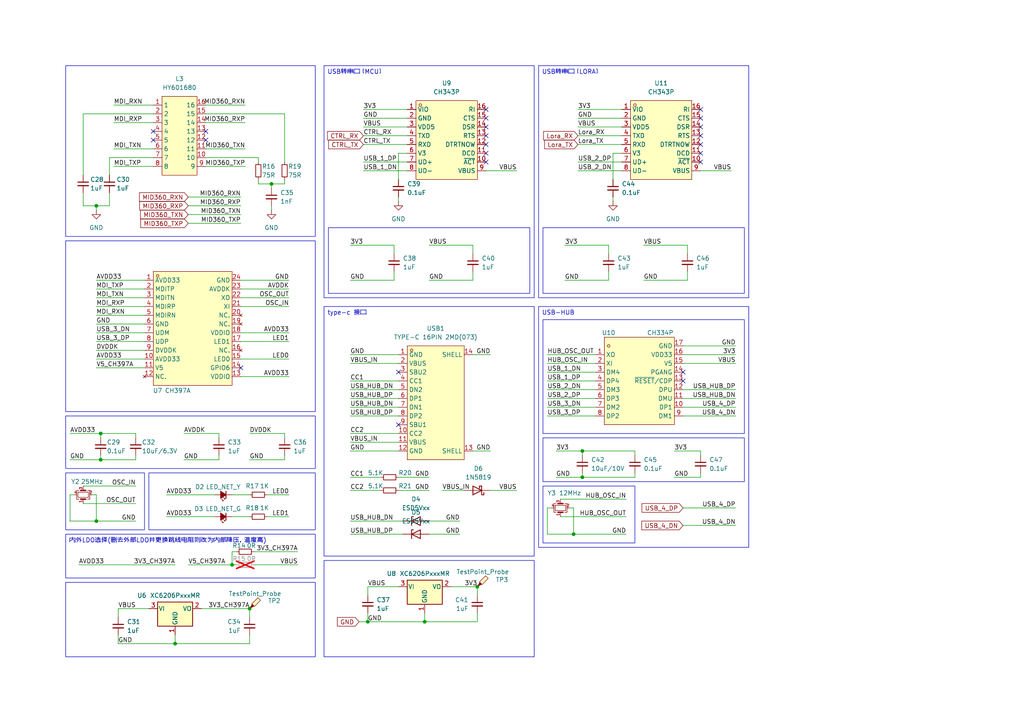
<source format=kicad_sch>
(kicad_sch (version 20231120) (generator "eeschema") (generator_version "8.0")
  (paper "A4")
  (lib_symbols
    (symbol "Connector:TestPoint_Probe" (pin_numbers hide) (pin_names (offset 0.762) hide)
      (property "Reference" "TP" (at 1.651 5.842 0))
      (property "Value" "TestPoint_Probe" (at 1.651 4.064 0))
      (symbol "TestPoint_Probe_0_1"
        (polyline (pts (xy 1.27 0.762) (xy 0 0) (xy 0.762 1.27) (xy 1.27 0.762)) (fill (type outline)))
        (polyline (pts (xy 1.397 0.635) (xy 0.635 1.397) (xy 2.413 3.175) (xy 3.175 2.413) (xy 1.397 0.635)) (fill (type background)))
      )
      (symbol "TestPoint_Probe_1_1"
        (pin passive line (at 0 0 90) (length 0) (name "1") (number "1"))
      )
    )
    (symbol "Device:C_Small" (pin_numbers hide) (pin_names (offset 0.254) hide)
      (property "Reference" "C" (at 0.254 1.778 0))
      (property "Value" "C_Small" (at 0.254 -2.032 0))
      (symbol "C_Small_0_1"
        (polyline (pts (xy -1.524 -0.508) (xy 1.524 -0.508)) (stroke (width 0.3302)))
        (polyline (pts (xy -1.524 0.508) (xy 1.524 0.508)) (stroke (width 0.3048)))
      )
      (symbol "C_Small_1_1"
        (pin passive line (at 0 2.54 270) (length 2.032) (name "~") (number "1"))
        (pin passive line (at 0 -2.54 90) (length 2.032) (name "~") (number "2"))
      )
    )
    (symbol "Device:Crystal_GND24_Small" (pin_names (offset 1.016) hide)
      (property "Reference" "Y" (at 1.27 4.445 0))
      (property "Value" "Crystal_GND24_Small" (at 1.27 2.54 0))
      (symbol "Crystal_GND24_Small_0_1"
        (rectangle (start -0.762 -1.524) (end 0.762 1.524))
        (polyline (pts (xy -1.27 -0.762) (xy -1.27 0.762)) (stroke (width 0.381)))
        (polyline (pts (xy 1.27 -0.762) (xy 1.27 0.762)) (stroke (width 0.381)))
        (polyline (pts (xy -1.27 -1.27) (xy -1.27 -1.905) (xy 1.27 -1.905) (xy 1.27 -1.27)))
        (polyline (pts (xy -1.27 1.27) (xy -1.27 1.905) (xy 1.27 1.905) (xy 1.27 1.27)))
      )
      (symbol "Crystal_GND24_Small_1_1"
        (pin passive line (at -2.54 0 0) (length 1.27) (name "1") (number "1"))
        (pin passive line (at 0 -2.54 90) (length 0.635) (name "2") (number "2"))
        (pin passive line (at 2.54 0 180) (length 1.27) (name "3") (number "3"))
        (pin passive line (at 0 2.54 270) (length 0.635) (name "4") (number "4"))
      )
    )
    (symbol "Device:LED_Small_Filled" (pin_numbers hide) (pin_names (offset 0.254) hide)
      (property "Reference" "D" (at -1.27 3.175 0))
      (property "Value" "LED_Small_Filled" (at -4.445 -2.54 0))
      (symbol "LED_Small_Filled_0_1"
        (polyline (pts (xy -0.762 -1.016) (xy -0.762 1.016)) (stroke (width 0.254)))
        (polyline (pts (xy 1.016 0) (xy -0.762 0)))
        (polyline (pts (xy 0.762 -1.016) (xy -0.762 0) (xy 0.762 1.016) (xy 0.762 -1.016)) (stroke (width 0.254)) (fill (type outline)))
        (polyline (pts (xy 0 0.762) (xy -0.508 1.27) (xy -0.254 1.27) (xy -0.508 1.27) (xy -0.508 1.016)))
        (polyline (pts (xy 0.508 1.27) (xy 0 1.778) (xy 0.254 1.778) (xy 0 1.778) (xy 0 1.524)))
      )
      (symbol "LED_Small_Filled_1_1"
        (pin passive line (at -2.54 0 0) (length 1.778) (name "K") (number "1"))
        (pin passive line (at 2.54 0 180) (length 1.778) (name "A") (number "2"))
      )
    )
    (symbol "Device:R_Small" (pin_numbers hide) (pin_names (offset 0.254) hide)
      (property "Reference" "R" (at 0.762 0.508 0))
      (property "Value" "R_Small" (at 0.762 -1.016 0))
      (symbol "R_Small_0_1"
        (rectangle (start -0.762 1.778) (end 0.762 -1.778) (stroke (width 0.2032)))
      )
      (symbol "R_Small_1_1"
        (pin passive line (at 0 2.54 270) (length 0.762) (name "~") (number "1"))
        (pin passive line (at 0 -2.54 90) (length 0.762) (name "~") (number "2"))
      )
    )
    (symbol "Diode:1N5819" (pin_numbers hide) (pin_names (offset 1.016) hide)
      (property "Reference" "D" (at 0 2.54 0))
      (property "Value" "1N5819" (at 0 -2.54 0))
      (symbol "1N5819_0_1"
        (polyline (pts (xy 1.27 0) (xy -1.27 0)))
        (polyline (pts (xy 1.27 1.27) (xy 1.27 -1.27) (xy -1.27 0) (xy 1.27 1.27)) (stroke (width 0.254)))
        (polyline (pts (xy -1.905 0.635) (xy -1.905 1.27) (xy -1.27 1.27) (xy -1.27 -1.27) (xy -0.635 -1.27) (xy -0.635 -0.635)) (stroke (width 0.254)))
      )
      (symbol "1N5819_1_1"
        (pin passive line (at -3.81 0 0) (length 2.54) (name "K") (number "1"))
        (pin passive line (at 3.81 0 180) (length 2.54) (name "A") (number "2"))
      )
    )
    (symbol "Diode:ESD5Zxx" (pin_numbers hide) (pin_names hide)
      (property "Reference" "D" (at 0 2.54 0))
      (property "Value" "ESD5Zxx" (at 0 -2.54 0))
      (symbol "ESD5Zxx_0_1"
        (polyline (pts (xy 1.27 0) (xy -1.27 0)))
        (polyline (pts (xy -1.27 -1.27) (xy -1.27 1.27) (xy -0.762 1.27)) (stroke (width 0.254)))
        (polyline (pts (xy 1.27 -1.27) (xy 1.27 1.27) (xy -1.27 0) (xy 1.27 -1.27)) (stroke (width 0.254)))
      )
      (symbol "ESD5Zxx_1_1"
        (pin passive line (at -3.81 0 0) (length 2.54) (name "K") (number "1"))
        (pin passive line (at 3.81 0 180) (length 2.54) (name "A") (number "2"))
      )
    )
    (symbol "Regulator_Linear:XC6206PxxxMR" (pin_names (offset 0.254))
      (property "Reference" "U" (at -3.81 3.175 0))
      (property "Value" "XC6206PxxxMR" (at 0 3.175 0))
      (symbol "XC6206PxxxMR_0_1"
        (rectangle (start -5.08 1.905) (end 5.08 -5.08) (stroke (width 0.254)) (fill (type background)))
      )
      (symbol "XC6206PxxxMR_1_1"
        (pin power_in line (at 0 -7.62 90) (length 2.54) (name "GND") (number "1"))
        (pin power_out line (at 7.62 0 180) (length 2.54) (name "VO") (number "2"))
        (pin power_in line (at -7.62 0 0) (length 2.54) (name "VI") (number "3"))
      )
    )
    (symbol "easyeda2kicad:CH334P"
      (property "Reference" "U" (at 0 19.05 0))
      (property "Value" "CH334P" (at 0 -14.732 0))
      (symbol "CH334P_0_1"
        (rectangle (start -10.16 12.7) (end 10.16 -12.7) (fill (type background)))
        (circle (center -8.89 10.16) (radius 0.38))
        (pin bidirectional line (at -12.7 7.62 0) (length 2.54) (name "XO") (number "1"))
        (pin bidirectional line (at 12.7 -7.62 180) (length 2.54) (name "DP1") (number "10"))
        (pin bidirectional line (at 12.7 -5.08 180) (length 2.54) (name "DMU") (number "11"))
        (pin bidirectional line (at 12.7 -2.54 180) (length 2.54) (name "DPU") (number "12"))
        (pin bidirectional line (at 12.7 0 180) (length 2.54) (name "~{RESET}/CDP") (number "13"))
        (pin bidirectional line (at 12.7 2.54 180) (length 2.54) (name "PGANG") (number "14"))
        (pin bidirectional line (at 12.7 5.08 180) (length 2.54) (name "V5") (number "15"))
        (pin bidirectional line (at 12.7 7.62 180) (length 2.54) (name "VDD33") (number "16"))
        (pin bidirectional line (at 12.7 10.16 180) (length 2.54) (name "GND") (number "17"))
        (pin bidirectional line (at -12.7 5.08 0) (length 2.54) (name "XI") (number "2"))
        (pin bidirectional line (at -12.7 2.54 0) (length 2.54) (name "DM4") (number "3"))
        (pin bidirectional line (at -12.7 0 0) (length 2.54) (name "DP4") (number "4"))
        (pin bidirectional line (at -12.7 -2.54 0) (length 2.54) (name "DM3") (number "5"))
        (pin bidirectional line (at -12.7 -5.08 0) (length 2.54) (name "DP3") (number "6"))
        (pin bidirectional line (at -12.7 -7.62 0) (length 2.54) (name "DM2") (number "7"))
        (pin bidirectional line (at -12.7 -10.16 0) (length 2.54) (name "DP2") (number "8"))
        (pin bidirectional line (at 12.7 -10.16 180) (length 2.54) (name "DM1") (number "9"))
      )
    )
    (symbol "easyeda2kicad:CH343P"
      (property "Reference" "U" (at -7.874 12.954 0))
      (property "Value" "CH343P" (at 4.572 13.208 0))
      (symbol "CH343P_0_1"
        (rectangle (start -8.89 11.43) (end 8.89 -11.43) (fill (type background)))
        (circle (center -7.62 10.16) (radius 0.38))
      )
      (symbol "CH343P_1_1"
        (pin power_in line (at -11.43 8.89 0) (length 2.54) (name "VIO") (number "1"))
        (pin input line (at 11.43 -6.35 180) (length 2.54) (name "~{ACT}") (number "10"))
        (pin input line (at 11.43 -3.81 180) (length 2.54) (name "DCD") (number "11"))
        (pin input line (at 11.43 -1.27 180) (length 2.54) (name "DTRTNOW") (number "12"))
        (pin input line (at 11.43 1.27 180) (length 2.54) (name "RTS") (number "13"))
        (pin input line (at 11.43 3.81 180) (length 2.54) (name "DSR") (number "14"))
        (pin input line (at 11.43 6.35 180) (length 2.54) (name "CTS") (number "15"))
        (pin input line (at 11.43 8.89 180) (length 2.54) (name "RI") (number "16"))
        (pin power_in line (at -11.43 6.35 0) (length 2.54) hide (name "EP") (number "17"))
        (pin power_in line (at -11.43 6.35 0) (length 2.54) (name "GND") (number "2"))
        (pin power_in line (at -11.43 3.81 0) (length 2.54) (name "VDD5") (number "3"))
        (pin output line (at -11.43 1.27 0) (length 2.54) (name "TXD") (number "4"))
        (pin input line (at -11.43 -1.27 0) (length 2.54) (name "RXD") (number "5"))
        (pin power_in line (at -11.43 -3.81 0) (length 2.54) (name "V3") (number "6"))
        (pin bidirectional line (at -11.43 -6.35 0) (length 2.54) (name "UD+") (number "7"))
        (pin bidirectional line (at -11.43 -8.89 0) (length 2.54) (name "UD-") (number "8"))
        (pin input line (at 11.43 -8.89 180) (length 2.54) (name "VBUS") (number "9"))
      )
    )
    (symbol "easyeda2kicad:CH397A"
      (property "Reference" "U" (at 0 22.86 0))
      (property "Value" "CH397A" (at 0 -20.32 0))
      (symbol "CH397A_0_1"
        (rectangle (start -11.43 15.24) (end 11.43 -17.78) (fill (type background)))
        (circle (center -10.16 13.97) (radius 0.38))
        (pin input line (at -13.97 12.7 0) (length 2.54) (name "AVDD33") (number "1"))
        (pin input line (at -13.97 -10.16 0) (length 2.54) (name "AVDD33") (number "10"))
        (pin input line (at -13.97 -12.7 0) (length 2.54) (name "V5") (number "11"))
        (pin no_connect line (at -13.97 -15.24 0) (length 2.54) (name "NC.") (number "12"))
        (pin input line (at 13.97 -15.24 180) (length 2.54) (name "VDDIO") (number "13"))
        (pin bidirectional line (at 13.97 -12.7 180) (length 2.54) (name "GPIO6") (number "14"))
        (pin output line (at 13.97 -10.16 180) (length 2.54) (name "LED0") (number "15"))
        (pin no_connect line (at 13.97 -7.62 180) (length 2.54) (name "NC.") (number "16"))
        (pin output line (at 13.97 -5.08 180) (length 2.54) (name "LED1") (number "17"))
        (pin power_in line (at 13.97 -2.54 180) (length 2.54) (name "VDDIO") (number "18"))
        (pin no_connect line (at 13.97 0 180) (length 2.54) (name "NC.") (number "19"))
        (pin input line (at -13.97 10.16 0) (length 2.54) (name "MDITP") (number "2"))
        (pin no_connect line (at 13.97 2.54 180) (length 2.54) (name "NC.") (number "20"))
        (pin input line (at 13.97 5.08 180) (length 2.54) (name "XI") (number "21"))
        (pin input line (at 13.97 7.62 180) (length 2.54) (name "XO") (number "22"))
        (pin power_in line (at 13.97 10.16 180) (length 2.54) (name "AVDDK") (number "23"))
        (pin power_in line (at 13.97 12.7 180) (length 2.54) (name "GND") (number "24"))
        (pin input line (at -13.97 7.62 0) (length 2.54) (name "MDITN") (number "3"))
        (pin input line (at -13.97 5.08 0) (length 2.54) (name "MDIRP") (number "4"))
        (pin input line (at -13.97 2.54 0) (length 2.54) (name "MDIRN") (number "5"))
        (pin power_in line (at -13.97 0 0) (length 2.54) (name "GND") (number "6"))
        (pin input line (at -13.97 -2.54 0) (length 2.54) (name "UDM") (number "7"))
        (pin input line (at -13.97 -5.08 0) (length 2.54) (name "UDP") (number "8"))
        (pin input line (at -13.97 -7.62 0) (length 2.54) (name "DVDDK") (number "9"))
      )
      (symbol "CH397A_1_1"
        (pin power_in line (at 13.97 12.7 180) (length 2.54) hide (name "GND") (number "25"))
      )
    )
    (symbol "easyeda2kicad:HY601680"
      (property "Reference" "L" (at 0 13.97 0))
      (property "Value" "HY601680" (at 0 -13.97 0))
      (symbol "HY601680_0_1"
        (rectangle (start -5.08 11.43) (end 5.08 -11.43) (fill (type background)))
        (pin input line (at -7.62 8.89 0) (length 2.54) (name "1") (number "1"))
        (pin input line (at 7.62 -6.35 180) (length 2.54) (name "10") (number "10"))
        (pin input line (at 7.62 -3.81 180) (length 2.54) (name "11") (number "11"))
        (pin input line (at 7.62 -1.27 180) (length 2.54) (name "12") (number "12"))
        (pin input line (at 7.62 1.27 180) (length 2.54) (name "13") (number "13"))
        (pin input line (at 7.62 3.81 180) (length 2.54) (name "14") (number "14"))
        (pin input line (at 7.62 6.35 180) (length 2.54) (name "15") (number "15"))
        (pin input line (at 7.62 8.89 180) (length 2.54) (name "16") (number "16"))
        (pin input line (at -7.62 6.35 0) (length 2.54) (name "2") (number "2"))
        (pin input line (at -7.62 3.81 0) (length 2.54) (name "3") (number "3"))
        (pin input line (at -7.62 1.27 0) (length 2.54) (name "4") (number "4"))
        (pin input line (at -7.62 -1.27 0) (length 2.54) (name "5") (number "5"))
        (pin input line (at -7.62 -3.81 0) (length 2.54) (name "6") (number "6"))
        (pin input line (at -7.62 -6.35 0) (length 2.54) (name "7") (number "7"))
        (pin input line (at -7.62 -8.89 0) (length 2.54) (name "8") (number "8"))
        (pin input line (at 7.62 -8.89 180) (length 2.54) (name "9") (number "9"))
      )
    )
    (symbol "easyeda2kicad:TYPE-C16PIN2MD(073)"
      (property "Reference" "USB" (at 0 19.05 0))
      (property "Value" "TYPE-C 16PIN 2MD(073)" (at 0 -19.05 0))
      (symbol "TYPE-C16PIN2MD(073)_0_1"
        (rectangle (start -8.89 16.51) (end 7.62 -16.51) (fill (type background)))
        (circle (center -7.62 15.24) (radius 0.38))
        (pin bidirectional line (at -11.43 13.97 0) (length 2.54) (name "GND") (number "1"))
        (pin bidirectional line (at -11.43 -8.89 0) (length 2.54) (name "CC2") (number "10"))
        (pin bidirectional line (at -11.43 -11.43 0) (length 2.54) (name "VBUS") (number "11"))
        (pin bidirectional line (at -11.43 -13.97 0) (length 2.54) (name "GND") (number "12"))
        (pin bidirectional line (at 10.16 -13.97 180) (length 2.54) (name "SHELL") (number "13"))
        (pin bidirectional line (at 10.16 13.97 180) (length 2.54) (name "SHELL") (number "14"))
        (pin bidirectional line (at -11.43 11.43 0) (length 2.54) (name "VBUS") (number "2"))
        (pin bidirectional line (at -11.43 8.89 0) (length 2.54) (name "SBU2") (number "3"))
        (pin bidirectional line (at -11.43 6.35 0) (length 2.54) (name "CC1") (number "4"))
        (pin bidirectional line (at -11.43 3.81 0) (length 2.54) (name "DN2") (number "5"))
        (pin bidirectional line (at -11.43 1.27 0) (length 2.54) (name "DP1") (number "6"))
        (pin bidirectional line (at -11.43 -1.27 0) (length 2.54) (name "DN1") (number "7"))
        (pin bidirectional line (at -11.43 -3.81 0) (length 2.54) (name "DP2") (number "8"))
        (pin bidirectional line (at -11.43 -6.35 0) (length 2.54) (name "SBU1") (number "9"))
      )
    )
    (symbol "power:GND" (power) (pin_numbers hide) (pin_names (offset 0) hide)
      (property "Value" "GND" (at 0 -3.81 0))
      (symbol "GND_0_1"
        (polyline (pts (xy 0 0) (xy 0 -1.27) (xy 1.27 -1.27) (xy 0 -2.54) (xy -1.27 -1.27) (xy 0 -1.27)))
      )
      (symbol "GND_1_1"
        (pin power_in line (at 0 0 270) (length 0) (name "~") (number "1"))
      )
    )
  )
  (junction (at 168.91 130.81))
  (junction (at 138.43 170.18))
  (junction (at 29.21 125.73))
  (junction (at 50.8 186.69))
  (junction (at 27.94 151.13))
  (junction (at 78.74 53.34))
  (junction (at 72.39 176.53))
  (junction (at 29.21 133.35))
  (junction (at 67.31 163.83))
  (junction (at 123.19 180.34))
  (junction (at 106.68 180.34))
  (junction (at 166.37 154.94))
  (junction (at 168.91 138.43))
  (junction (at 27.94 59.69))
  (no_connect (at 140.97 31.75))
  (no_connect (at 59.69 40.64))
  (no_connect (at 203.2 44.45))
  (no_connect (at 203.2 46.99))
  (no_connect (at 203.2 31.75))
  (no_connect (at 203.2 34.29))
  (no_connect (at 198.12 107.95))
  (no_connect (at 203.2 36.83))
  (no_connect (at 44.45 40.64))
  (no_connect (at 140.97 46.99))
  (no_connect (at 115.57 107.95))
  (no_connect (at 140.97 39.37))
  (no_connect (at 140.97 36.83))
  (no_connect (at 140.97 41.91))
  (no_connect (at 115.57 123.19))
  (no_connect (at 59.69 38.1))
  (no_connect (at 140.97 34.29))
  (no_connect (at 203.2 39.37))
  (no_connect (at 44.45 38.1))
  (no_connect (at 69.85 106.68))
  (no_connect (at 198.12 110.49))
  (no_connect (at 140.97 44.45))
  (no_connect (at 203.2 41.91))
  (wire (pts (xy 105.41 41.91) (xy 118.11 41.91)))
  (wire (pts (xy 123.19 177.8) (xy 123.19 180.34)))
  (wire (pts (xy 27.94 96.52) (xy 41.91 96.52)))
  (wire (pts (xy 160.02 147.32) (xy 158.75 147.32)))
  (wire (pts (xy 165.1 147.32) (xy 166.37 147.32)))
  (wire (pts (xy 34.29 186.69) (xy 50.8 186.69)))
  (wire (pts (xy 27.94 88.9) (xy 41.91 88.9)))
  (wire (pts (xy 69.85 104.14) (xy 83.82 104.14)))
  (wire (pts (xy 130.81 170.18) (xy 138.43 170.18)))
  (wire (pts (xy 59.69 30.48) (xy 71.12 30.48)))
  (wire (pts (xy 27.94 86.36) (xy 41.91 86.36)))
  (wire (pts (xy 184.15 132.08) (xy 184.15 130.81)))
  (wire (pts (xy 22.86 163.83) (xy 50.8 163.83)))
  (wire (pts (xy 177.8 44.45) (xy 180.34 44.45)))
  (wire (pts (xy 166.37 154.94) (xy 181.61 154.94)))
  (wire (pts (xy 158.75 118.11) (xy 172.72 118.11)))
  (wire (pts (xy 167.64 31.75) (xy 180.34 31.75)))
  (wire (pts (xy 176.53 71.12) (xy 176.53 73.66)))
  (wire (pts (xy 184.15 137.16) (xy 184.15 138.43)))
  (wire (pts (xy 29.21 127) (xy 29.21 125.73)))
  (wire (pts (xy 78.74 60.96) (xy 78.74 59.69)))
  (wire (pts (xy 101.6 142.24) (xy 110.49 142.24)))
  (wire (pts (xy 101.6 125.73) (xy 115.57 125.73)))
  (wire (pts (xy 124.46 151.13) (xy 133.35 151.13)))
  (wire (pts (xy 168.91 130.81) (xy 184.15 130.81)))
  (wire (pts (xy 50.8 186.69) (xy 72.39 186.69)))
  (wire (pts (xy 163.83 71.12) (xy 176.53 71.12)))
  (wire (pts (xy 27.94 83.82) (xy 41.91 83.82)))
  (wire (pts (xy 48.26 149.86) (xy 62.23 149.86)))
  (wire (pts (xy 198.12 118.11) (xy 213.36 118.11)))
  (wire (pts (xy 68.58 163.83) (xy 67.31 163.83)))
  (wire (pts (xy 53.34 125.73) (xy 63.5 125.73)))
  (wire (pts (xy 33.02 30.48) (xy 44.45 30.48)))
  (wire (pts (xy 101.6 118.11) (xy 115.57 118.11)))
  (wire (pts (xy 198.12 100.33) (xy 213.36 100.33)))
  (wire (pts (xy 24.13 33.02) (xy 24.13 50.8)))
  (wire (pts (xy 78.74 53.34) (xy 78.74 54.61)))
  (wire (pts (xy 115.57 138.43) (xy 124.46 138.43)))
  (wire (pts (xy 101.6 102.87) (xy 115.57 102.87)))
  (wire (pts (xy 33.02 48.26) (xy 44.45 48.26)))
  (wire (pts (xy 54.61 163.83) (xy 67.31 163.83)))
  (wire (pts (xy 138.43 177.8) (xy 138.43 180.34)))
  (wire (pts (xy 167.64 34.29) (xy 180.34 34.29)))
  (wire (pts (xy 163.83 81.28) (xy 176.53 81.28)))
  (wire (pts (xy 167.64 39.37) (xy 180.34 39.37)))
  (wire (pts (xy 27.94 99.06) (xy 41.91 99.06)))
  (wire (pts (xy 27.94 106.68) (xy 41.91 106.68)))
  (wire (pts (xy 20.32 125.73) (xy 29.21 125.73)))
  (wire (pts (xy 138.43 170.18) (xy 138.43 172.72)))
  (wire (pts (xy 72.39 125.73) (xy 82.55 125.73)))
  (wire (pts (xy 167.64 49.53) (xy 180.34 49.53)))
  (wire (pts (xy 101.6 154.94) (xy 116.84 154.94)))
  (wire (pts (xy 166.37 147.32) (xy 166.37 154.94)))
  (wire (pts (xy 27.94 93.98) (xy 41.91 93.98)))
  (wire (pts (xy 106.68 177.8) (xy 106.68 180.34)))
  (wire (pts (xy 39.37 132.08) (xy 39.37 133.35)))
  (wire (pts (xy 101.6 151.13) (xy 116.84 151.13)))
  (wire (pts (xy 167.64 36.83) (xy 180.34 36.83)))
  (wire (pts (xy 78.74 53.34) (xy 82.55 53.34)))
  (wire (pts (xy 168.91 137.16) (xy 168.91 138.43)))
  (wire (pts (xy 198.12 120.65) (xy 213.36 120.65)))
  (wire (pts (xy 195.58 130.81) (xy 203.2 130.81)))
  (wire (pts (xy 158.75 102.87) (xy 172.72 102.87)))
  (wire (pts (xy 59.69 43.18) (xy 71.12 43.18)))
  (wire (pts (xy 63.5 125.73) (xy 63.5 127)))
  (wire (pts (xy 34.29 176.53) (xy 34.29 179.07)))
  (wire (pts (xy 27.94 151.13) (xy 20.32 151.13)))
  (wire (pts (xy 48.26 143.51) (xy 62.23 143.51)))
  (wire (pts (xy 31.75 59.69) (xy 31.75 55.88)))
  (wire (pts (xy 20.32 133.35) (xy 29.21 133.35)))
  (wire (pts (xy 31.75 45.72) (xy 44.45 45.72)))
  (wire (pts (xy 59.69 35.56) (xy 71.12 35.56)))
  (wire (pts (xy 82.55 33.02) (xy 82.55 46.99)))
  (wire (pts (xy 34.29 184.15) (xy 34.29 186.69)))
  (wire (pts (xy 105.41 39.37) (xy 118.11 39.37)))
  (wire (pts (xy 115.57 142.24) (xy 124.46 142.24)))
  (wire (pts (xy 101.6 113.03) (xy 115.57 113.03)))
  (wire (pts (xy 101.6 128.27) (xy 115.57 128.27)))
  (wire (pts (xy 31.75 50.8) (xy 31.75 45.72)))
  (wire (pts (xy 101.6 81.28) (xy 114.3 81.28)))
  (wire (pts (xy 27.94 91.44) (xy 41.91 91.44)))
  (wire (pts (xy 158.75 115.57) (xy 172.72 115.57)))
  (wire (pts (xy 67.31 149.86) (xy 72.39 149.86)))
  (wire (pts (xy 69.85 83.82) (xy 83.82 83.82)))
  (wire (pts (xy 54.61 62.23) (xy 69.85 62.23)))
  (wire (pts (xy 168.91 130.81) (xy 168.91 132.08)))
  (wire (pts (xy 106.68 170.18) (xy 106.68 172.72)))
  (wire (pts (xy 24.13 140.97) (xy 39.37 140.97)))
  (wire (pts (xy 69.85 96.52) (xy 83.82 96.52)))
  (wire (pts (xy 82.55 132.08) (xy 82.55 133.35)))
  (wire (pts (xy 137.16 71.12) (xy 137.16 73.66)))
  (wire (pts (xy 59.69 45.72) (xy 74.93 45.72)))
  (wire (pts (xy 69.85 88.9) (xy 83.82 88.9)))
  (wire (pts (xy 105.41 34.29) (xy 118.11 34.29)))
  (wire (pts (xy 77.47 149.86) (xy 83.82 149.86)))
  (wire (pts (xy 142.24 142.24) (xy 149.86 142.24)))
  (wire (pts (xy 58.42 176.53) (xy 72.39 176.53)))
  (wire (pts (xy 172.72 105.41) (xy 158.75 105.41)))
  (wire (pts (xy 24.13 59.69) (xy 27.94 59.69)))
  (wire (pts (xy 54.61 64.77) (xy 69.85 64.77)))
  (wire (pts (xy 101.6 120.65) (xy 115.57 120.65)))
  (wire (pts (xy 21.59 143.51) (xy 20.32 143.51)))
  (wire (pts (xy 74.93 45.72) (xy 74.93 46.99)))
  (wire (pts (xy 198.12 102.87) (xy 213.36 102.87)))
  (wire (pts (xy 105.41 49.53) (xy 118.11 49.53)))
  (wire (pts (xy 115.57 58.42) (xy 115.57 57.15)))
  (wire (pts (xy 33.02 35.56) (xy 44.45 35.56)))
  (wire (pts (xy 177.8 58.42) (xy 177.8 57.15)))
  (wire (pts (xy 67.31 163.83) (xy 67.31 160.02)))
  (wire (pts (xy 33.02 43.18) (xy 44.45 43.18)))
  (wire (pts (xy 106.68 170.18) (xy 115.57 170.18)))
  (wire (pts (xy 105.41 31.75) (xy 118.11 31.75)))
  (wire (pts (xy 27.94 104.14) (xy 41.91 104.14)))
  (wire (pts (xy 39.37 125.73) (xy 39.37 127)))
  (wire (pts (xy 72.39 133.35) (xy 82.55 133.35)))
  (wire (pts (xy 63.5 132.08) (xy 63.5 133.35)))
  (wire (pts (xy 161.29 130.81) (xy 168.91 130.81)))
  (wire (pts (xy 124.46 154.94) (xy 133.35 154.94)))
  (wire (pts (xy 29.21 132.08) (xy 29.21 133.35)))
  (wire (pts (xy 167.64 41.91) (xy 180.34 41.91)))
  (wire (pts (xy 59.69 48.26) (xy 71.12 48.26)))
  (wire (pts (xy 27.94 151.13) (xy 39.37 151.13)))
  (wire (pts (xy 26.67 143.51) (xy 27.94 143.51)))
  (wire (pts (xy 82.55 53.34) (xy 82.55 52.07)))
  (wire (pts (xy 114.3 71.12) (xy 114.3 73.66)))
  (wire (pts (xy 24.13 146.05) (xy 39.37 146.05)))
  (wire (pts (xy 101.6 105.41) (xy 115.57 105.41)))
  (wire (pts (xy 186.69 71.12) (xy 199.39 71.12)))
  (wire (pts (xy 27.94 143.51) (xy 27.94 151.13)))
  (wire (pts (xy 101.6 115.57) (xy 115.57 115.57)))
  (wire (pts (xy 27.94 101.6) (xy 41.91 101.6)))
  (wire (pts (xy 177.8 44.45) (xy 177.8 52.07)))
  (wire (pts (xy 29.21 133.35) (xy 39.37 133.35)))
  (wire (pts (xy 198.12 147.32) (xy 213.36 147.32)))
  (wire (pts (xy 27.94 81.28) (xy 41.91 81.28)))
  (wire (pts (xy 199.39 78.74) (xy 199.39 81.28)))
  (wire (pts (xy 161.29 138.43) (xy 168.91 138.43)))
  (wire (pts (xy 73.66 160.02) (xy 86.36 160.02)))
  (wire (pts (xy 44.45 33.02) (xy 24.13 33.02)))
  (wire (pts (xy 166.37 154.94) (xy 158.75 154.94)))
  (wire (pts (xy 167.64 46.99) (xy 180.34 46.99)))
  (wire (pts (xy 158.75 110.49) (xy 172.72 110.49)))
  (wire (pts (xy 82.55 125.73) (xy 82.55 127)))
  (wire (pts (xy 115.57 44.45) (xy 118.11 44.45)))
  (wire (pts (xy 128.27 142.24) (xy 134.62 142.24)))
  (wire (pts (xy 53.34 133.35) (xy 63.5 133.35)))
  (wire (pts (xy 20.32 143.51) (xy 20.32 151.13)))
  (wire (pts (xy 73.66 163.83) (xy 86.36 163.83)))
  (wire (pts (xy 137.16 102.87) (xy 142.24 102.87)))
  (wire (pts (xy 140.97 49.53) (xy 149.86 49.53)))
  (wire (pts (xy 54.61 59.69) (xy 69.85 59.69)))
  (wire (pts (xy 198.12 152.4) (xy 213.36 152.4)))
  (wire (pts (xy 186.69 81.28) (xy 199.39 81.28)))
  (wire (pts (xy 158.75 107.95) (xy 172.72 107.95)))
  (wire (pts (xy 54.61 57.15) (xy 69.85 57.15)))
  (wire (pts (xy 69.85 86.36) (xy 83.82 86.36)))
  (wire (pts (xy 137.16 78.74) (xy 137.16 81.28)))
  (wire (pts (xy 27.94 60.96) (xy 27.94 59.69)))
  (wire (pts (xy 203.2 137.16) (xy 203.2 138.43)))
  (wire (pts (xy 105.41 36.83) (xy 118.11 36.83)))
  (wire (pts (xy 162.56 149.86) (xy 181.61 149.86)))
  (wire (pts (xy 124.46 81.28) (xy 137.16 81.28)))
  (wire (pts (xy 34.29 176.53) (xy 43.18 176.53)))
  (wire (pts (xy 50.8 184.15) (xy 50.8 186.69)))
  (wire (pts (xy 168.91 138.43) (xy 184.15 138.43)))
  (wire (pts (xy 74.93 52.07) (xy 74.93 53.34)))
  (wire (pts (xy 69.85 81.28) (xy 83.82 81.28)))
  (wire (pts (xy 101.6 130.81) (xy 115.57 130.81)))
  (wire (pts (xy 24.13 55.88) (xy 24.13 59.69)))
  (wire (pts (xy 74.93 53.34) (xy 78.74 53.34)))
  (wire (pts (xy 72.39 176.53) (xy 72.39 179.07)))
  (wire (pts (xy 105.41 46.99) (xy 118.11 46.99)))
  (wire (pts (xy 198.12 115.57) (xy 213.36 115.57)))
  (wire (pts (xy 67.31 160.02) (xy 68.58 160.02)))
  (wire (pts (xy 195.58 138.43) (xy 203.2 138.43)))
  (wire (pts (xy 59.69 33.02) (xy 82.55 33.02)))
  (wire (pts (xy 176.53 78.74) (xy 176.53 81.28)))
  (wire (pts (xy 69.85 99.06) (xy 83.82 99.06)))
  (wire (pts (xy 158.75 147.32) (xy 158.75 154.94)))
  (wire (pts (xy 203.2 130.81) (xy 203.2 132.08)))
  (wire (pts (xy 162.56 144.78) (xy 181.61 144.78)))
  (wire (pts (xy 101.6 110.49) (xy 115.57 110.49)))
  (wire (pts (xy 123.19 180.34) (xy 138.43 180.34)))
  (wire (pts (xy 115.57 44.45) (xy 115.57 52.07)))
  (wire (pts (xy 158.75 120.65) (xy 172.72 120.65)))
  (wire (pts (xy 203.2 49.53) (xy 212.09 49.53)))
  (wire (pts (xy 198.12 105.41) (xy 213.36 105.41)))
  (wire (pts (xy 69.85 109.22) (xy 83.82 109.22)))
  (wire (pts (xy 199.39 71.12) (xy 199.39 73.66)))
  (wire (pts (xy 67.31 143.51) (xy 72.39 143.51)))
  (wire (pts (xy 158.75 113.03) (xy 172.72 113.03)))
  (wire (pts (xy 114.3 78.74) (xy 114.3 81.28)))
  (wire (pts (xy 72.39 184.15) (xy 72.39 186.69)))
  (wire (pts (xy 106.68 180.34) (xy 123.19 180.34)))
  (wire (pts (xy 104.14 180.34) (xy 106.68 180.34)))
  (wire (pts (xy 198.12 113.03) (xy 213.36 113.03)))
  (wire (pts (xy 101.6 71.12) (xy 114.3 71.12)))
  (wire (pts (xy 29.21 125.73) (xy 39.37 125.73)))
  (wire (pts (xy 101.6 138.43) (xy 110.49 138.43)))
  (wire (pts (xy 77.47 143.51) (xy 83.82 143.51)))
  (wire (pts (xy 124.46 71.12) (xy 137.16 71.12)))
  (wire (pts (xy 137.16 130.81) (xy 142.24 130.81)))
  (wire (pts (xy 27.94 59.69) (xy 31.75 59.69)))
  (text_box "" (at 19.05 120.65 0) (size 72.39 15.24) (effects (font (size 1.27 1.27)) (justify left top)))
  (text_box "USB转串口（MCU）" (at 93.98 19.05 0) (size 60.96 67.31) (effects (font (size 1.27 1.27)) (justify left top)))
  (text_box "" (at 43.18 137.16 0) (size 48.26 16.51) (effects (font (size 1.27 1.27)) (justify left top)))
  (text_box "type-c 接口" (at 93.98 88.9 0) (size 60.96 72.39) (effects (font (size 1.27 1.27)) (justify left top)))
  (text_box "" (at 19.05 69.85 0) (size 72.39 49.53) (effects (font (size 1.27 1.27)) (justify left top)))
  (text_box "USB转串口（LORA）" (at 156.21 19.05 0) (size 60.96 67.31) (effects (font (size 1.27 1.27)) (justify left top)))
  (text_box "" (at 157.48 66.04 0) (size 58.42 19.05) (effects (font (size 1.27 1.27)) (justify left top)))
  (text_box "" (at 19.05 19.05 0) (size 72.39 49.53) (effects (font (size 1.27 1.27)) (justify left top)))
  (text_box "USB-HUB" (at 156.21 88.9 0) (size 60.96 69.85) (effects (font (size 1.27 1.27)) (justify left top)))
  (text_box "" (at 95.25 66.04 0) (size 58.42 19.05) (effects (font (size 1.27 1.27)) (justify left top)))
  (text_box "" (at 19.05 137.16 0) (size 22.86 16.51) (effects (font (size 1.27 1.27)) (justify left top)))
  (text_box "" (at 157.48 140.97 0) (size 26.67 16.51) (effects (font (size 1.27 1.27)) (justify left top)))
  (text_box "" (at 19.05 168.91 0) (size 72.39 21.59) (effects (font (size 1.27 1.27)) (justify left top)))
  (text_box "" (at 157.48 127 0) (size 58.42 12.7) (effects (font (size 1.27 1.27)) (justify left top)))
  (text_box "" (at 157.48 92.71 0) (size 58.42 33.02) (effects (font (size 1.27 1.27)) (justify left top)))
  (text_box "" (at 93.98 162.56 0) (size 60.96 27.94) (effects (font (size 1.27 1.27)) (justify left top)))
  (text_box "内外LDO选择(删去外部LDO并更换跳线电阻则改为内部降压，温度高)" (at 19.05 154.94 0) (size 72.39 12.7) (effects (font (size 1.27 1.27)) (justify left top)))
  (label "AVDD33" (at 27.94 104.14 0))
  (label "HUB_OSC_OUT" (at 181.61 149.86 180))
  (label "3V3" (at 163.83 71.12 0))
  (label "MID360_RXP" (at 71.12 35.56 180))
  (label "GND" (at 34.29 186.69 0))
  (label "USB_1_DP" (at 105.41 46.99 0))
  (label "GND" (at 142.24 130.81 180))
  (label "GND" (at 195.58 138.43 0))
  (label "3V3" (at 101.6 71.12 0))
  (label "AVDD33" (at 22.86 163.83 0))
  (label "V5_CH397A" (at 27.94 106.68 0))
  (label "GND" (at 101.6 81.28 0))
  (label "3V3" (at 105.41 31.75 0))
  (label "MDI_TXN" (at 27.94 86.36 0))
  (label "3V3" (at 213.36 102.87 180))
  (label "MDI_TXP" (at 33.02 48.26 0))
  (label "AVDD33" (at 83.82 96.52 180))
  (label "USB_1_DP" (at 158.75 110.49 0))
  (label "GND" (at 83.82 81.28 180))
  (label "GND" (at 142.24 102.87 180))
  (label "MDI_RXN" (at 33.02 30.48 0))
  (label "GND" (at 124.46 81.28 0))
  (label "GND" (at 167.64 34.29 0))
  (label "USB_HUB_DP" (at 213.36 113.03 180))
  (label "AVDD33" (at 48.26 143.51 0))
  (label "AVDDK" (at 83.82 83.82 180))
  (label "DVDDK" (at 27.94 101.6 0))
  (label "VBUS" (at 34.29 176.53 0))
  (label "3V3" (at 195.58 130.81 0))
  (label "3V3_CH397A" (at 72.39 176.53 180))
  (label "GND" (at 181.61 154.94 180))
  (label "MDI_RXP" (at 27.94 88.9 0))
  (label "CTRL_RX" (at 105.41 39.37 0))
  (label "LED1" (at 83.82 149.86 180))
  (label "Lora_RX" (at 167.64 39.37 0))
  (label "MDI_RXP" (at 33.02 35.56 0))
  (label "CTRL_TX" (at 105.41 41.91 0))
  (label "HUB_OSC_IN" (at 181.61 144.78 180))
  (label "USB_4_DP" (at 213.36 147.32 180))
  (label "GND" (at 106.68 180.34 0))
  (label "VBUS" (at 149.86 49.53 180))
  (label "MDI_TXP" (at 27.94 83.82 0))
  (label "GND" (at 124.46 142.24 180))
  (label "VBUS" (at 212.09 49.53 180))
  (label "USB_HUB_DP" (at 101.6 154.94 0))
  (label "GND" (at 72.39 133.35 0))
  (label "OSC_IN" (at 39.37 140.97 180))
  (label "VBUS" (at 86.36 163.83 180))
  (label "OSC_OUT" (at 83.82 86.36 180))
  (label "GND" (at 101.6 102.87 0))
  (label "USB_2_DP" (at 158.75 115.57 0))
  (label "VBUS" (at 167.64 36.83 0))
  (label "VBUS" (at 106.68 170.18 0))
  (label "CC2" (at 101.6 142.24 0))
  (label "MID360_RXN" (at 71.12 30.48 180))
  (label "CC1" (at 101.6 110.49 0))
  (label "VBUS" (at 105.41 36.83 0))
  (label "MID360_TXN" (at 71.12 43.18 180))
  (label "GND" (at 163.83 81.28 0))
  (label "MDI_RXN" (at 27.94 91.44 0))
  (label "USB_HUB_DP" (at 101.6 120.65 0))
  (label "VBUS_IN" (at 128.27 142.24 0))
  (label "GND" (at 213.36 100.33 180))
  (label "HUB_OSC_IN" (at 158.75 105.41 0))
  (label "USB_1_DN" (at 158.75 107.95 0))
  (label "3V3" (at 167.64 31.75 0))
  (label "GND" (at 101.6 130.81 0))
  (label "3V3_CH397A" (at 86.36 160.02 180))
  (label "USB_4_DP" (at 213.36 118.11 180))
  (label "HUB_OSC_OUT" (at 158.75 102.87 0))
  (label "AVDD33" (at 48.26 149.86 0))
  (label "GND" (at 133.35 154.94 180))
  (label "GND" (at 186.69 81.28 0))
  (label "AVDD33" (at 20.32 125.73 0))
  (label "3V3" (at 161.29 130.81 0))
  (label "LED0" (at 83.82 143.51 180))
  (label "VBUS" (at 213.36 105.41 180))
  (label "GND" (at 124.46 138.43 180))
  (label "OSC_OUT" (at 39.37 146.05 180))
  (label "MID360_TXP" (at 69.85 64.77 180))
  (label "USB_2_DP" (at 167.64 46.99 0))
  (label "MID360_TXN" (at 69.85 62.23 180))
  (label "VBUS_IN" (at 101.6 128.27 0))
  (label "USB_2_DN" (at 167.64 49.53 0))
  (label "LED0" (at 83.82 104.14 180))
  (label "3V3_CH397A" (at 50.8 163.83 180))
  (label "VBUS_IN" (at 101.6 105.41 0))
  (label "USB_4_DN" (at 213.36 152.4 180))
  (label "MID360_RXP" (at 69.85 59.69 180))
  (label "DVDDK" (at 72.39 125.73 0))
  (label "USB_HUB_DN" (at 101.6 113.03 0))
  (label "USB_2_DN" (at 158.75 113.03 0))
  (label "MID360_RXN" (at 69.85 57.15 180))
  (label "USB_3_DP" (at 158.75 120.65 0))
  (label "GND" (at 105.41 34.29 0))
  (label "VBUS" (at 149.86 142.24 180))
  (label "LED1" (at 83.82 99.06 180))
  (label "AVDD33" (at 83.82 109.22 180))
  (label "V5_CH397A" (at 54.61 163.83 0))
  (label "Lora_TX" (at 167.64 41.91 0))
  (label "USB_4_DN" (at 213.36 120.65 180))
  (label "AVDD33" (at 27.94 81.28 0))
  (label "GND" (at 20.32 133.35 0))
  (label "USB_HUB_DN" (at 213.36 115.57 180))
  (label "GND" (at 133.35 151.13 180))
  (label "MDI_TXN" (at 33.02 43.18 0))
  (label "CC2" (at 101.6 125.73 0))
  (label "GND" (at 53.34 133.35 0))
  (label "USB_HUB_DP" (at 101.6 115.57 0))
  (label "VBUS" (at 124.46 71.12 0))
  (label "OSC_IN" (at 83.82 88.9 180))
  (label "GND" (at 161.29 138.43 0))
  (label "USB_HUB_DN" (at 101.6 118.11 0))
  (label "USB_1_DN" (at 105.41 49.53 0))
  (label "MID360_TXP" (at 71.12 48.26 180))
  (label "VBUS" (at 186.69 71.12 0))
  (label "USB_3_DN" (at 27.94 96.52 0))
  (label "USB_3_DN" (at 158.75 118.11 0))
  (label "USB_3_DP" (at 27.94 99.06 0))
  (label "GND" (at 27.94 93.98 0))
  (label "USB_HUB_DN" (at 101.6 151.13 0))
  (label "GND" (at 39.37 151.13 180))
  (label "3V3" (at 138.43 170.18 180))
  (label "CC1" (at 101.6 138.43 0))
  (label "AVDDK" (at 53.34 125.73 0))
  (global_label "USB_4_DP" (shape input) (at 198.12 147.32 180) (property "Intersheetrefs" "${INTERSHEET_REFS}" (effects (hide yes))))
  (global_label "Lora_TX" (shape input) (at 167.64 41.91 180) (property "Intersheetrefs" "${INTERSHEET_REFS}" (effects (hide yes))))
  (global_label "CTRL_RX" (shape input) (at 105.41 39.37 180) (property "Intersheetrefs" "${INTERSHEET_REFS}" (effects (hide yes))))
  (global_label "Lora_RX" (shape input) (at 167.64 39.37 180) (property "Intersheetrefs" "${INTERSHEET_REFS}" (effects (hide yes))))
  (global_label "MID360_RXN" (shape input) (at 54.61 57.15 180) (property "Intersheetrefs" "${INTERSHEET_REFS}" (effects (hide yes))))
  (global_label "MID360_TXN" (shape input) (at 54.61 62.23 180) (property "Intersheetrefs" "${INTERSHEET_REFS}" (effects (hide yes))))
  (global_label "MID360_TXP" (shape input) (at 54.61 64.77 180) (property "Intersheetrefs" "${INTERSHEET_REFS}" (effects (hide yes))))
  (global_label "CTRL_TX" (shape input) (at 105.41 41.91 180) (property "Intersheetrefs" "${INTERSHEET_REFS}" (effects (hide yes))))
  (global_label "USB_4_DN" (shape input) (at 198.12 152.4 180) (property "Intersheetrefs" "${INTERSHEET_REFS}" (effects (hide yes))))
  (global_label "GND" (shape input) (at 104.14 180.34 180) (property "Intersheetrefs" "${INTERSHEET_REFS}" (effects (hide yes))))
  (global_label "MID360_RXP" (shape input) (at 54.61 59.69 180) (property "Intersheetrefs" "${INTERSHEET_REFS}" (effects (hide yes))))
  (symbol (lib_id "power:GND") (at 78.74 60.96 0) (unit 1)
    (property "Reference" "#PWR9" (effects (hide yes)))
    (property "Value" "GND" (at 78.74 66.04 0))
    (property "Description" "Power symbol creates a global label with name \"GND\" , ground" (effects (hide yes)))
  )
  (symbol (lib_id "Device:R_Small") (at 113.03 138.43 270) (unit 1)
    (property "Reference" "R20" (at 115.57 137.16 90) (effects (justify left)))
    (property "Value" "5.1K" (at 106.68 137.16 90) (effects (justify left)))
    (property "Footprint" "Resistor_SMD:R_0402_1005Metric" (effects (hide yes)))
    (property "Description" "Resistor, small symbol" (effects (hide yes)))
  )
  (symbol (lib_id "easyeda2kicad:CH343P") (at 129.54 40.64 0) (unit 1)
    (property "Reference" "U9" (at 129.54 24.13 0))
    (property "Value" "CH343P" (at 129.54 26.67 0))
    (property "Footprint" "Package_DFN_QFN:TQFN-16-1EP_3x3mm_P0.5mm_EP1.6x1.6mm" (effects (hide yes)))
    (property "LCSC Part" "C2846043" (effects (hide yes)))
  )
  (symbol (lib_id "Device:R_Small") (at 82.55 49.53 0) (unit 1)
    (property "Reference" "R19" (at 83.566 48.26 0) (effects (justify left)))
    (property "Value" "75R" (at 83.566 50.8 0) (effects (justify left)))
    (property "Footprint" "Resistor_SMD:R_0402_1005Metric" (effects (hide yes)))
    (property "Description" "Resistor, small symbol" (effects (hide yes)))
  )
  (symbol (lib_id "Device:C_Small") (at 138.43 175.26 0) (mirror y) (unit 1)
    (property "Reference" "C41" (at 135.89 173.9962 0) (effects (justify left)))
    (property "Value" "1uF" (at 135.89 176.5362 0) (effects (justify left)))
    (property "Footprint" "Capacitor_SMD:C_0402_1005Metric" (effects (hide yes)))
    (property "Description" "Unpolarized capacitor, small symbol" (effects (hide yes)))
  )
  (symbol (lib_id "Device:C_Small") (at 203.2 134.62 0) (unit 1)
    (property "Reference" "C47" (at 205.74 133.3562 0) (effects (justify left)))
    (property "Value" "0.1uF" (at 205.74 135.8962 0) (effects (justify left)))
    (property "Footprint" "Capacitor_SMD:C_0402_1005Metric" (effects (hide yes)))
    (property "Description" "Unpolarized capacitor, small symbol" (effects (hide yes)))
  )
  (symbol (lib_id "Device:C_Small") (at 114.3 76.2 0) (unit 1)
    (property "Reference" "C38" (at 116.84 74.9362 0) (effects (justify left)))
    (property "Value" "1uF" (at 116.84 77.4762 0) (effects (justify left)))
    (property "Footprint" "Capacitor_SMD:C_0402_1005Metric" (effects (hide yes)))
    (property "Description" "Unpolarized capacitor, small symbol" (effects (hide yes)))
  )
  (symbol (lib_id "Device:C_Small") (at 177.8 54.61 0) (unit 1)
    (property "Reference" "C44" (at 180.34 53.3462 0) (effects (justify left)))
    (property "Value" "0.1uF" (at 180.34 55.8862 0) (effects (justify left)))
    (property "Footprint" "Capacitor_SMD:C_0402_1005Metric" (effects (hide yes)))
    (property "Description" "Unpolarized capacitor, small symbol" (effects (hide yes)))
  )
  (symbol (lib_id "Regulator_Linear:XC6206PxxxMR") (at 123.19 170.18 0) (unit 1)
    (property "Reference" "U8" (at 113.538 166.37 0))
    (property "Value" "XC6206PxxxMR" (at 123.19 166.37 0))
    (property "Footprint" "Package_TO_SOT_SMD:SOT-23-3" (effects (hide yes)))
    (property "Datasheet" "https://www.torexsemi.com/file/xc6206/XC6206.pdf" (effects (hide yes)))
    (property "Description" "Positive 60-250mA Low Dropout Regulator, Fixed Output, SOT-23" (effects (hide yes)))
  )
  (symbol (lib_id "Device:R_Small") (at 74.93 143.51 90) (unit 1)
    (property "Reference" "R17" (at 73.152 140.97 90))
    (property "Value" "1K" (at 76.708 140.97 90))
    (property "Footprint" "Resistor_SMD:R_0402_1005Metric" (effects (hide yes)))
    (property "Description" "Resistor, small symbol" (effects (hide yes)))
  )
  (symbol (lib_id "Device:C_Small") (at 63.5 129.54 0) (unit 1)
    (property "Reference" "C33" (at 66.04 128.2762 0) (effects (justify left)))
    (property "Value" "1uF" (at 66.04 130.8162 0) (effects (justify left)))
    (property "Footprint" "Capacitor_SMD:C_0402_1005Metric" (effects (hide yes)))
    (property "Description" "Unpolarized capacitor, small symbol" (effects (hide yes)))
  )
  (symbol (lib_id "Device:C_Small") (at 78.74 57.15 0) (unit 1)
    (property "Reference" "C35" (at 81.28 55.8862 0) (effects (justify left)))
    (property "Value" "1nF" (at 81.28 58.4262 0) (effects (justify left)))
    (property "Footprint" "Capacitor_SMD:C_0402_1005Metric" (effects (hide yes)))
    (property "Description" "Unpolarized capacitor, small symbol" (effects (hide yes)))
  )
  (symbol (lib_id "Connector:TestPoint_Probe") (at 138.43 170.18 0) (unit 1)
    (property "Reference" "TP3" (at 143.764 168.148 0) (effects (justify left)))
    (property "Value" "TestPoint_Probe" (at 132.334 165.862 0) (effects (justify left)))
    (property "Footprint" "TestPoint:TestPoint_Pad_D1.0mm" (effects (hide yes)))
    (property "Description" "test point (alternative probe-style design)" (effects (hide yes)))
  )
  (symbol (lib_id "Device:C_Small") (at 106.68 175.26 0) (unit 1)
    (property "Reference" "C37" (at 109.22 173.9962 0) (effects (justify left)))
    (property "Value" "1uF" (at 109.22 176.5362 0) (effects (justify left)))
    (property "Footprint" "Capacitor_SMD:C_0402_1005Metric" (effects (hide yes)))
    (property "Description" "Unpolarized capacitor, small symbol" (effects (hide yes)))
  )
  (symbol (lib_id "Device:Crystal_GND24_Small") (at 162.56 147.32 90) (unit 1)
    (property "Reference" "Y3" (at 160.02 143.002 90))
    (property "Value" "12MHz" (at 165.354 143.002 90))
    (property "Footprint" "Crystal:Crystal_SMD_2016-4Pin_2.0x1.6mm" (effects (hide yes)))
    (property "Description" "Four pin crystal, GND on pins 2 and 4, small symbol" (effects (hide yes)))
  )
  (symbol (lib_id "Device:C_Small") (at 39.37 129.54 0) (unit 1)
    (property "Reference" "C32" (at 41.148 128.27 0) (effects (justify left)))
    (property "Value" "10uF/6.3V" (at 41.148 130.81 0) (effects (justify left)))
    (property "Footprint" "Capacitor_SMD:C_0603_1608Metric" (effects (hide yes)))
    (property "Description" "Unpolarized capacitor, small symbol" (effects (hide yes)))
  )
  (symbol (lib_id "Device:C_Small") (at 199.39 76.2 0) (unit 1)
    (property "Reference" "C46" (at 201.93 74.9362 0) (effects (justify left)))
    (property "Value" "1uF" (at 201.93 77.4762 0) (effects (justify left)))
    (property "Footprint" "Capacitor_SMD:C_0402_1005Metric" (effects (hide yes)))
    (property "Description" "Unpolarized capacitor, small symbol" (effects (hide yes)))
  )
  (symbol (lib_id "Device:C_Small") (at 176.53 76.2 0) (unit 1)
    (property "Reference" "C43" (at 179.07 74.9362 0) (effects (justify left)))
    (property "Value" "1uF" (at 179.07 77.4762 0) (effects (justify left)))
    (property "Footprint" "Capacitor_SMD:C_0402_1005Metric" (effects (hide yes)))
    (property "Description" "Unpolarized capacitor, small symbol" (effects (hide yes)))
  )
  (symbol (lib_id "Device:C_Small") (at 168.91 134.62 0) (unit 1)
    (property "Reference" "C42" (at 171.45 133.3562 0) (effects (justify left)))
    (property "Value" "10uF/10V" (at 171.45 135.8962 0) (effects (justify left)))
    (property "Footprint" "Capacitor_SMD:C_0402_1005Metric" (effects (hide yes)))
    (property "Description" "Unpolarized capacitor, small symbol" (effects (hide yes)))
  )
  (symbol (lib_id "easyeda2kicad:CH343P") (at 191.77 40.64 0) (unit 1)
    (property "Reference" "U11" (at 191.77 24.13 0))
    (property "Value" "CH343P" (at 191.77 26.67 0))
    (property "Footprint" "Package_DFN_QFN:TQFN-16-1EP_3x3mm_P0.5mm_EP1.6x1.6mm" (effects (hide yes)))
    (property "LCSC Part" "C2846043" (effects (hide yes)))
  )
  (symbol (lib_id "Device:C_Small") (at 115.57 54.61 0) (unit 1)
    (property "Reference" "C39" (at 118.11 53.3462 0) (effects (justify left)))
    (property "Value" "0.1uF" (at 118.11 55.8862 0) (effects (justify left)))
    (property "Footprint" "Capacitor_SMD:C_0402_1005Metric" (effects (hide yes)))
    (property "Description" "Unpolarized capacitor, small symbol" (effects (hide yes)))
  )
  (symbol (lib_id "Device:R_Small") (at 74.93 149.86 90) (unit 1)
    (property "Reference" "R18" (at 73.152 147.32 90))
    (property "Value" "1K" (at 76.708 147.32 90))
    (property "Footprint" "Resistor_SMD:R_0402_1005Metric" (effects (hide yes)))
    (property "Description" "Resistor, small symbol" (effects (hide yes)))
  )
  (symbol (lib_id "easyeda2kicad:CH334P") (at 185.42 110.49 0) (unit 1)
    (property "Reference" "U10" (at 176.53 96.52 0))
    (property "Value" "CH334P" (at 191.516 96.52 0))
    (property "Footprint" "Package_DFN_QFN:QFN-16-1EP_3x3mm_P0.5mm_EP1.7x1.7mm" (effects (hide yes)))
    (property "LCSC Part" "C5373042" (effects (hide yes)))
  )
  (symbol (lib_id "power:GND") (at 177.8 58.42 0) (unit 1)
    (property "Reference" "#PWR11" (effects (hide yes)))
    (property "Value" "GND" (at 177.8 63.5 0))
    (property "Description" "Power symbol creates a global label with name \"GND\" , ground" (effects (hide yes)))
  )
  (symbol (lib_id "Device:C_Small") (at 31.75 53.34 0) (unit 1)
    (property "Reference" "C30" (at 33.782 52.07 0) (effects (justify left)))
    (property "Value" "1uF" (at 33.782 54.61 0) (effects (justify left)))
    (property "Footprint" "Capacitor_SMD:C_0402_1005Metric" (effects (hide yes)))
    (property "Description" "Unpolarized capacitor, small symbol" (effects (hide yes)))
  )
  (symbol (lib_id "Device:C_Small") (at 34.29 181.61 0) (unit 1)
    (property "Reference" "C31" (at 36.83 180.3462 0) (effects (justify left)))
    (property "Value" "1uF" (at 36.83 182.8862 0) (effects (justify left)))
    (property "Footprint" "Capacitor_SMD:C_0402_1005Metric" (effects (hide yes)))
    (property "Description" "Unpolarized capacitor, small symbol" (effects (hide yes)))
  )
  (symbol (lib_id "Device:R_Small") (at 113.03 142.24 270) (unit 1)
    (property "Reference" "R21" (at 115.57 140.97 90) (effects (justify left)))
    (property "Value" "5.1K" (at 106.68 140.97 90) (effects (justify left)))
    (property "Footprint" "Resistor_SMD:R_0402_1005Metric" (effects (hide yes)))
    (property "Description" "Resistor, small symbol" (effects (hide yes)))
  )
  (symbol (lib_id "Device:R_Small") (at 74.93 49.53 0) (unit 1)
    (property "Reference" "R16" (at 75.946 48.26 0) (effects (justify left)))
    (property "Value" "75R" (at 75.946 50.8 0) (effects (justify left)))
    (property "Footprint" "Resistor_SMD:R_0402_1005Metric" (effects (hide yes)))
    (property "Description" "Resistor, small symbol" (effects (hide yes)))
  )
  (symbol (lib_id "Device:LED_Small_Filled") (at 64.77 143.51 180) (unit 1)
    (property "Reference" "D2" (at 57.912 141.224 0))
    (property "Value" "LED_NET_Y" (at 64.77 141.224 0))
    (property "Footprint" "LED_SMD:LED_0402_1005Metric" (effects (hide yes)))
    (property "Description" "Light emitting diode, small symbol, filled shape" (effects (hide yes)))
  )
  (symbol (lib_id "Diode:1N5819") (at 138.43 142.24 180) (unit 1)
    (property "Reference" "D6" (at 138.7475 135.89 0))
    (property "Value" "1N5819" (at 138.7475 138.43 0))
    (property "Footprint" "Diode_SMD:D_SOD-323" (effects (hide yes)))
    (property "Datasheet" "http://www.vishay.com/docs/88525/1n5817.pdf" (effects (hide yes)))
    (property "Description" "40V 1A Schottky Barrier Rectifier Diode, DO-41" (effects (hide yes)))
  )
  (symbol (lib_id "Device:C_Small") (at 72.39 181.61 0) (mirror y) (unit 1)
    (property "Reference" "C34" (at 69.85 180.3462 0) (effects (justify left)))
    (property "Value" "1uF" (at 69.85 182.8862 0) (effects (justify left)))
    (property "Footprint" "Capacitor_SMD:C_0402_1005Metric" (effects (hide yes)))
    (property "Description" "Unpolarized capacitor, small symbol" (effects (hide yes)))
  )
  (symbol (lib_id "easyeda2kicad:CH397A") (at 55.88 93.98 0) (unit 1)
    (property "Reference" "U7" (at 45.72 113.284 0))
    (property "Value" "CH397A" (at 51.562 113.284 0))
    (property "Footprint" "Package_DFN_QFN:QFN-24-1EP_4x4mm_P0.5mm_EP2.6x2.6mm" (effects (hide yes)))
    (property "LCSC Part" "C7465328" (effects (hide yes)))
  )
  (symbol (lib_id "power:GND") (at 27.94 60.96 0) (unit 1)
    (property "Reference" "#PWR8" (effects (hide yes)))
    (property "Value" "GND" (at 27.94 66.04 0))
    (property "Description" "Power symbol creates a global label with name \"GND\" , ground" (effects (hide yes)))
  )
  (symbol (lib_id "Device:LED_Small_Filled") (at 64.77 149.86 180) (unit 1)
    (property "Reference" "D3" (at 57.658 147.574 0))
    (property "Value" "LED_NET_G" (at 64.77 147.574 0))
    (property "Footprint" "LED_SMD:LED_0402_1005Metric" (effects (hide yes)))
    (property "Description" "Light emitting diode, small symbol, filled shape" (effects (hide yes)))
  )
  (symbol (lib_id "Diode:ESD5Zxx") (at 120.65 154.94 0) (unit 1)
    (property "Reference" "D5" (at 120.65 148.59 0))
    (property "Value" "ESD5Vxx" (at 120.65 151.13 0))
    (property "Footprint" "Diode_SMD:D_SOD-523" (effects (hide yes)))
    (property "Datasheet" "https://www.onsemi.com/pdf/datasheet/esd5z2.5t1-d.pdf" (effects (hide yes)))
    (property "Description" "ESD Protection Diode, SOD-523" (effects (hide yes)))
  )
  (symbol (lib_id "easyeda2kicad:HY601680") (at 52.07 39.37 0) (unit 1)
    (property "Reference" "L3" (at 52.07 22.86 0))
    (property "Value" "HY601680" (at 52.07 25.4 0))
    (property "Footprint" "easyeda2kicad:XFMR-SMD_HY601680" (effects (hide yes)))
    (property "Datasheet" "https://lcsc.com/product-detail/RJ45-Transformer_HY601680_C14078.html" (effects (hide yes)))
    (property "LCSC Part" "C14078" (effects (hide yes)))
  )
  (symbol (lib_id "Device:C_Small") (at 24.13 53.34 0) (unit 1)
    (property "Reference" "C28" (at 26.162 52.07 0) (effects (justify left)))
    (property "Value" "1uF" (at 26.162 54.61 0) (effects (justify left)))
    (property "Footprint" "Capacitor_SMD:C_0402_1005Metric" (effects (hide yes)))
    (property "Description" "Unpolarized capacitor, small symbol" (effects (hide yes)))
  )
  (symbol (lib_id "Device:R_Small") (at 71.12 160.02 90) (unit 1)
    (property "Reference" "R14" (at 69.342 158.242 90))
    (property "Value" "0R" (at 72.898 158.242 90))
    (property "Footprint" "Resistor_SMD:R_0402_1005Metric" (effects (hide yes)))
    (property "Description" "Resistor, small symbol" (effects (hide yes)))
  )
  (symbol (lib_id "Device:C_Small") (at 184.15 134.62 0) (unit 1)
    (property "Reference" "C45" (at 186.69 133.3562 0) (effects (justify left)))
    (property "Value" "0.1uF" (at 186.69 135.8962 0) (effects (justify left)))
    (property "Footprint" "Capacitor_SMD:C_0402_1005Metric" (effects (hide yes)))
    (property "Description" "Unpolarized capacitor, small symbol" (effects (hide yes)))
  )
  (symbol (lib_id "power:GND") (at 115.57 58.42 0) (unit 1)
    (property "Reference" "#PWR10" (effects (hide yes)))
    (property "Value" "GND" (at 115.57 63.5 0))
    (property "Description" "Power symbol creates a global label with name \"GND\" , ground" (effects (hide yes)))
  )
  (symbol (lib_id "Device:R_Small") (at 71.12 163.83 90) (unit 1) (dnp yes)
    (property "Reference" "R15" (at 69.342 162.052 90))
    (property "Value" "0R" (at 72.898 162.052 90))
    (property "Footprint" "Resistor_SMD:R_0402_1005Metric" (effects (hide yes)))
    (property "Description" "Resistor, small symbol" (effects (hide yes)))
  )
  (symbol (lib_id "Device:C_Small") (at 137.16 76.2 0) (unit 1)
    (property "Reference" "C40" (at 139.7 74.9362 0) (effects (justify left)))
    (property "Value" "1uF" (at 139.7 77.4762 0) (effects (justify left)))
    (property "Footprint" "Capacitor_SMD:C_0402_1005Metric" (effects (hide yes)))
    (property "Description" "Unpolarized capacitor, small symbol" (effects (hide yes)))
  )
  (symbol (lib_id "Device:Crystal_GND24_Small") (at 24.13 143.51 90) (unit 1)
    (property "Reference" "Y2" (at 21.844 139.7 90))
    (property "Value" "25MHz" (at 26.67 139.7 90))
    (property "Footprint" "Crystal:Crystal_SMD_2016-4Pin_2.0x1.6mm" (effects (hide yes)))
    (property "Description" "Four pin crystal, GND on pins 2 and 4, small symbol" (effects (hide yes)))
  )
  (symbol (lib_id "easyeda2kicad:TYPE-C16PIN2MD(073)") (at 127 116.84 0) (unit 1)
    (property "Reference" "USB1" (at 126.365 95.25 0))
    (property "Value" "TYPE-C 16PIN 2MD(073)" (at 126.365 97.79 0))
    (property "Footprint" "easyeda2kicad:USB-C-SMD_TYPE-C-6PIN-2MD-073" (effects (hide yes)))
    (property "Manufacturer" "SHOU HAN(首韩)" (effects (hide yes)))
    (property "LCSC Part" "C2765186" (effects (hide yes)))
    (property "JLC Part" "Extended Part" (effects (hide yes)))
  )
  (symbol (lib_id "Regulator_Linear:XC6206PxxxMR") (at 50.8 176.53 0) (unit 1)
    (property "Reference" "U6" (at 41.148 172.72 0))
    (property "Value" "XC6206PxxxMR" (at 50.8 172.72 0))
    (property "Footprint" "Package_TO_SOT_SMD:SOT-23-3" (effects (hide yes)))
    (property "Datasheet" "https://www.torexsemi.com/file/xc6206/XC6206.pdf" (effects (hide yes)))
    (property "Description" "Positive 60-250mA Low Dropout Regulator, Fixed Output, SOT-23" (effects (hide yes)))
  )
  (symbol (lib_id "Device:C_Small") (at 29.21 129.54 0) (unit 1)
    (property "Reference" "C29" (at 30.988 128.27 0) (effects (justify left)))
    (property "Value" "0.1uF" (at 30.988 130.81 0) (effects (justify left)))
    (property "Footprint" "Capacitor_SMD:C_0402_1005Metric" (effects (hide yes)))
    (property "Description" "Unpolarized capacitor, small symbol" (effects (hide yes)))
  )
  (symbol (lib_id "Device:C_Small") (at 82.55 129.54 0) (unit 1)
    (property "Reference" "C36" (at 85.09 128.2762 0) (effects (justify left)))
    (property "Value" "1uF" (at 85.09 130.8162 0) (effects (justify left)))
    (property "Footprint" "Capacitor_SMD:C_0402_1005Metric" (effects (hide yes)))
    (property "Description" "Unpolarized capacitor, small symbol" (effects (hide yes)))
  )
  (symbol (lib_id "Diode:ESD5Zxx") (at 120.65 151.13 0) (unit 1)
    (property "Reference" "D4" (at 120.65 144.78 0))
    (property "Value" "ESD5Vxx" (at 120.65 147.32 0))
    (property "Footprint" "Diode_SMD:D_SOD-523" (effects (hide yes)))
    (property "Datasheet" "https://www.onsemi.com/pdf/datasheet/esd5z2.5t1-d.pdf" (effects (hide yes)))
    (property "Description" "ESD Protection Diode, SOD-523" (effects (hide yes)))
  )
  (symbol (lib_id "Connector:TestPoint_Probe") (at 72.39 176.53 0) (unit 1)
    (property "Reference" "TP2" (at 77.724 174.244 0) (effects (justify left)))
    (property "Value" "TestPoint_Probe" (at 66.294 172.212 0) (effects (justify left)))
    (property "Footprint" "TestPoint:TestPoint_Pad_D1.0mm" (effects (hide yes)))
    (property "Description" "test point (alternative probe-style design)" (effects (hide yes)))
  )
)
</source>
